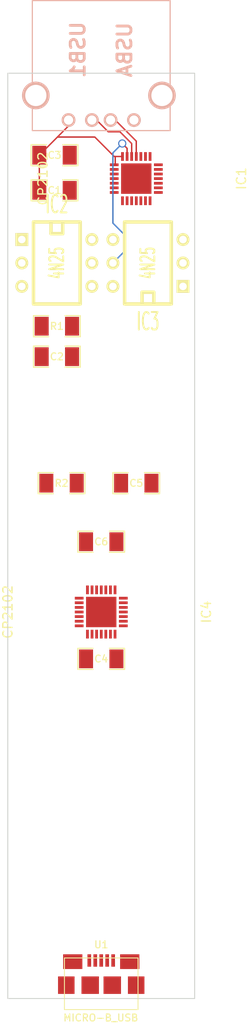
<source format=kicad_pcb>
(kicad_pcb (version 3) (host pcbnew "(2013-may-18)-stable")

  (general
    (links 36)
    (no_connects 29)
    (area 41.629936 27.9019 130.111501 167.690001)
    (thickness 1.6)
    (drawings 4)
    (tracks 28)
    (zones 0)
    (modules 14)
    (nets 17)
  )

  (page A3)
  (layers
    (15 F.Cu signal)
    (0 B.Cu signal)
    (16 B.Adhes user)
    (17 F.Adhes user)
    (18 B.Paste user)
    (19 F.Paste user)
    (20 B.SilkS user)
    (21 F.SilkS user)
    (22 B.Mask user)
    (23 F.Mask user)
    (24 Dwgs.User user)
    (25 Cmts.User user)
    (26 Eco1.User user)
    (27 Eco2.User user)
    (28 Edge.Cuts user)
  )

  (setup
    (last_trace_width 0.1524)
    (trace_clearance 0.1524)
    (zone_clearance 0.508)
    (zone_45_only no)
    (trace_min 0.1524)
    (segment_width 0.2)
    (edge_width 0.1)
    (via_size 0.889)
    (via_drill 0.635)
    (via_min_size 0.889)
    (via_min_drill 0.508)
    (uvia_size 0.508)
    (uvia_drill 0.127)
    (uvias_allowed no)
    (uvia_min_size 0.508)
    (uvia_min_drill 0.127)
    (pcb_text_width 0.3)
    (pcb_text_size 1.5 1.5)
    (mod_edge_width 0.15)
    (mod_text_size 1 1)
    (mod_text_width 0.15)
    (pad_size 0.3 0.95)
    (pad_drill 0.6)
    (pad_to_mask_clearance 0)
    (aux_axis_origin 0 0)
    (visible_elements FFFFFFBF)
    (pcbplotparams
      (layerselection 3178497)
      (usegerberextensions true)
      (excludeedgelayer true)
      (linewidth 0.150000)
      (plotframeref false)
      (viasonmask false)
      (mode 1)
      (useauxorigin false)
      (hpglpennumber 1)
      (hpglpenspeed 20)
      (hpglpendiameter 15)
      (hpglpenoverlay 2)
      (psnegative false)
      (psa4output false)
      (plotreference true)
      (plotvalue true)
      (plotothertext true)
      (plotinvisibletext false)
      (padsonsilk false)
      (subtractmaskfromsilk false)
      (outputformat 1)
      (mirror false)
      (drillshape 1)
      (scaleselection 1)
      (outputdirectory ""))
  )

  (net 0 "")
  (net 1 GND)
  (net 2 GNDA)
  (net 3 N-0000012)
  (net 4 N-0000013)
  (net 5 N-0000014)
  (net 6 N-0000017)
  (net 7 N-0000018)
  (net 8 N-0000021)
  (net 9 N-0000027)
  (net 10 N-0000029)
  (net 11 N-000003)
  (net 12 N-0000030)
  (net 13 N-0000033)
  (net 14 N-0000034)
  (net 15 N-0000035)
  (net 16 N-000004)

  (net_class Default "This is the default net class."
    (clearance 0.1524)
    (trace_width 0.1524)
    (via_dia 0.889)
    (via_drill 0.635)
    (uvia_dia 0.508)
    (uvia_drill 0.127)
    (add_net "")
    (add_net GND)
    (add_net GNDA)
    (add_net N-0000012)
    (add_net N-0000013)
    (add_net N-0000014)
    (add_net N-0000017)
    (add_net N-0000018)
    (add_net N-0000021)
    (add_net N-0000027)
    (add_net N-0000029)
    (add_net N-000003)
    (add_net N-0000030)
    (add_net N-0000033)
    (add_net N-0000034)
    (add_net N-0000035)
    (add_net N-000004)
  )

  (module USB_A (layer B.Cu) (tedit 48A934F2) (tstamp 5369165E)
    (at 57.15 72.39 90)
    (path /5368E4B2)
    (fp_text reference USB1 (at 7.62 -2.54 90) (layer B.SilkS)
      (effects (font (size 1.524 1.524) (thickness 0.3048)) (justify mirror))
    )
    (fp_text value USBA (at 7.62 2.54 90) (layer B.SilkS)
      (effects (font (size 1.524 1.524) (thickness 0.3048)) (justify mirror))
    )
    (fp_line (start -1.143 7.493) (end 12.954 7.493) (layer B.SilkS) (width 0.127))
    (fp_line (start 12.954 -7.493) (end -1.143 -7.493) (layer B.SilkS) (width 0.127))
    (fp_line (start -1.143 7.493) (end -1.143 -7.493) (layer B.SilkS) (width 0.127))
    (fp_line (start 12.954 7.493) (end 12.954 -7.493) (layer B.SilkS) (width 0.127))
    (pad 4 thru_hole circle (at 0 3.556 90) (size 1.50114 1.50114) (drill 1.00076)
      (layers *.Cu *.Mask B.SilkS)
      (net 1 GND)
    )
    (pad 3 thru_hole circle (at 0 1.016 90) (size 1.50114 1.50114) (drill 1.00076)
      (layers *.Cu *.Mask B.SilkS)
      (net 13 N-0000033)
    )
    (pad 2 thru_hole circle (at 0 -1.016 90) (size 1.50114 1.50114) (drill 1.00076)
      (layers *.Cu *.Mask B.SilkS)
      (net 14 N-0000034)
    )
    (pad 1 thru_hole circle (at 0 -3.556 90) (size 1.50114 1.50114) (drill 1.00076)
      (layers *.Cu *.Mask B.SilkS)
      (net 8 N-0000021)
    )
    (pad 5 thru_hole circle (at 2.667 6.604 90) (size 2.99974 2.99974) (drill 2.30124)
      (layers *.Cu *.Mask B.SilkS)
    )
    (pad 6 thru_hole circle (at 2.667 -7.112 90) (size 2.99974 2.99974) (drill 2.30124)
      (layers *.Cu *.Mask B.SilkS)
    )
    (model connectors/usb_a_through_hole.wrl
      (at (xyz 0 0 0))
      (scale (xyz 1 1 1))
      (rotate (xyz 0 0 0))
    )
  )

  (module SM1206 (layer F.Cu) (tedit 42806E24) (tstamp 5369166A)
    (at 52.324 94.742)
    (path /5367A07D)
    (attr smd)
    (fp_text reference R1 (at 0 0) (layer F.SilkS)
      (effects (font (size 0.762 0.762) (thickness 0.127)))
    )
    (fp_text value 220K (at 0 0) (layer F.SilkS) hide
      (effects (font (size 0.762 0.762) (thickness 0.127)))
    )
    (fp_line (start -2.54 -1.143) (end -2.54 1.143) (layer F.SilkS) (width 0.127))
    (fp_line (start -2.54 1.143) (end -0.889 1.143) (layer F.SilkS) (width 0.127))
    (fp_line (start 0.889 -1.143) (end 2.54 -1.143) (layer F.SilkS) (width 0.127))
    (fp_line (start 2.54 -1.143) (end 2.54 1.143) (layer F.SilkS) (width 0.127))
    (fp_line (start 2.54 1.143) (end 0.889 1.143) (layer F.SilkS) (width 0.127))
    (fp_line (start -0.889 -1.143) (end -2.54 -1.143) (layer F.SilkS) (width 0.127))
    (pad 1 smd rect (at -1.651 0) (size 1.524 2.032)
      (layers F.Cu F.Paste F.Mask)
      (net 1 GND)
    )
    (pad 2 smd rect (at 1.651 0) (size 1.524 2.032)
      (layers F.Cu F.Paste F.Mask)
      (net 12 N-0000030)
    )
    (model smd/chip_cms.wrl
      (at (xyz 0 0 0))
      (scale (xyz 0.17 0.16 0.16))
      (rotate (xyz 0 0 0))
    )
  )

  (module SM1206 (layer F.Cu) (tedit 42806E24) (tstamp 53691676)
    (at 52.324 98.044 180)
    (path /5367DD37)
    (attr smd)
    (fp_text reference C2 (at 0 0 180) (layer F.SilkS)
      (effects (font (size 0.762 0.762) (thickness 0.127)))
    )
    (fp_text value 0.1U (at 0 0 180) (layer F.SilkS) hide
      (effects (font (size 0.762 0.762) (thickness 0.127)))
    )
    (fp_line (start -2.54 -1.143) (end -2.54 1.143) (layer F.SilkS) (width 0.127))
    (fp_line (start -2.54 1.143) (end -0.889 1.143) (layer F.SilkS) (width 0.127))
    (fp_line (start 0.889 -1.143) (end 2.54 -1.143) (layer F.SilkS) (width 0.127))
    (fp_line (start 2.54 -1.143) (end 2.54 1.143) (layer F.SilkS) (width 0.127))
    (fp_line (start 2.54 1.143) (end 0.889 1.143) (layer F.SilkS) (width 0.127))
    (fp_line (start -0.889 -1.143) (end -2.54 -1.143) (layer F.SilkS) (width 0.127))
    (pad 1 smd rect (at -1.651 0 180) (size 1.524 2.032)
      (layers F.Cu F.Paste F.Mask)
      (net 15 N-0000035)
    )
    (pad 2 smd rect (at 1.651 0 180) (size 1.524 2.032)
      (layers F.Cu F.Paste F.Mask)
      (net 1 GND)
    )
    (model smd/chip_cms.wrl
      (at (xyz 0 0 0))
      (scale (xyz 0.17 0.16 0.16))
      (rotate (xyz 0 0 0))
    )
  )

  (module SM1206 (layer F.Cu) (tedit 42806E24) (tstamp 53691682)
    (at 52.07 80.01 180)
    (path /5367DE38)
    (attr smd)
    (fp_text reference C1 (at 0 0 180) (layer F.SilkS)
      (effects (font (size 0.762 0.762) (thickness 0.127)))
    )
    (fp_text value 1.0U (at 0 0 180) (layer F.SilkS) hide
      (effects (font (size 0.762 0.762) (thickness 0.127)))
    )
    (fp_line (start -2.54 -1.143) (end -2.54 1.143) (layer F.SilkS) (width 0.127))
    (fp_line (start -2.54 1.143) (end -0.889 1.143) (layer F.SilkS) (width 0.127))
    (fp_line (start 0.889 -1.143) (end 2.54 -1.143) (layer F.SilkS) (width 0.127))
    (fp_line (start 2.54 -1.143) (end 2.54 1.143) (layer F.SilkS) (width 0.127))
    (fp_line (start 2.54 1.143) (end 0.889 1.143) (layer F.SilkS) (width 0.127))
    (fp_line (start -0.889 -1.143) (end -2.54 -1.143) (layer F.SilkS) (width 0.127))
    (pad 1 smd rect (at -1.651 0 180) (size 1.524 2.032)
      (layers F.Cu F.Paste F.Mask)
      (net 1 GND)
    )
    (pad 2 smd rect (at 1.651 0 180) (size 1.524 2.032)
      (layers F.Cu F.Paste F.Mask)
      (net 8 N-0000021)
    )
    (model smd/chip_cms.wrl
      (at (xyz 0 0 0))
      (scale (xyz 0.17 0.16 0.16))
      (rotate (xyz 0 0 0))
    )
  )

  (module SM1206 (layer F.Cu) (tedit 42806E24) (tstamp 5369168E)
    (at 52.07 76.2 180)
    (path /5367E222)
    (attr smd)
    (fp_text reference C3 (at 0 0 180) (layer F.SilkS)
      (effects (font (size 0.762 0.762) (thickness 0.127)))
    )
    (fp_text value 0.1U (at 0 0 180) (layer F.SilkS) hide
      (effects (font (size 0.762 0.762) (thickness 0.127)))
    )
    (fp_line (start -2.54 -1.143) (end -2.54 1.143) (layer F.SilkS) (width 0.127))
    (fp_line (start -2.54 1.143) (end -0.889 1.143) (layer F.SilkS) (width 0.127))
    (fp_line (start 0.889 -1.143) (end 2.54 -1.143) (layer F.SilkS) (width 0.127))
    (fp_line (start 2.54 -1.143) (end 2.54 1.143) (layer F.SilkS) (width 0.127))
    (fp_line (start 2.54 1.143) (end 0.889 1.143) (layer F.SilkS) (width 0.127))
    (fp_line (start -0.889 -1.143) (end -2.54 -1.143) (layer F.SilkS) (width 0.127))
    (pad 1 smd rect (at -1.651 0 180) (size 1.524 2.032)
      (layers F.Cu F.Paste F.Mask)
      (net 1 GND)
    )
    (pad 2 smd rect (at 1.651 0 180) (size 1.524 2.032)
      (layers F.Cu F.Paste F.Mask)
      (net 8 N-0000021)
    )
    (model smd/chip_cms.wrl
      (at (xyz 0 0 0))
      (scale (xyz 0.17 0.16 0.16))
      (rotate (xyz 0 0 0))
    )
  )

  (module SM1206 (layer F.Cu) (tedit 42806E24) (tstamp 5369169A)
    (at 52.832 111.76 180)
    (path /5367E4F0)
    (attr smd)
    (fp_text reference R2 (at 0 0 180) (layer F.SilkS)
      (effects (font (size 0.762 0.762) (thickness 0.127)))
    )
    (fp_text value 220K (at 0 0 180) (layer F.SilkS) hide
      (effects (font (size 0.762 0.762) (thickness 0.127)))
    )
    (fp_line (start -2.54 -1.143) (end -2.54 1.143) (layer F.SilkS) (width 0.127))
    (fp_line (start -2.54 1.143) (end -0.889 1.143) (layer F.SilkS) (width 0.127))
    (fp_line (start 0.889 -1.143) (end 2.54 -1.143) (layer F.SilkS) (width 0.127))
    (fp_line (start 2.54 -1.143) (end 2.54 1.143) (layer F.SilkS) (width 0.127))
    (fp_line (start 2.54 1.143) (end 0.889 1.143) (layer F.SilkS) (width 0.127))
    (fp_line (start -0.889 -1.143) (end -2.54 -1.143) (layer F.SilkS) (width 0.127))
    (pad 1 smd rect (at -1.651 0 180) (size 1.524 2.032)
      (layers F.Cu F.Paste F.Mask)
      (net 2 GNDA)
    )
    (pad 2 smd rect (at 1.651 0 180) (size 1.524 2.032)
      (layers F.Cu F.Paste F.Mask)
      (net 6 N-0000017)
    )
    (model smd/chip_cms.wrl
      (at (xyz 0 0 0))
      (scale (xyz 0.17 0.16 0.16))
      (rotate (xyz 0 0 0))
    )
  )

  (module SM1206 (layer F.Cu) (tedit 42806E24) (tstamp 536916A6)
    (at 60.96 111.76 180)
    (path /5367E502)
    (attr smd)
    (fp_text reference C5 (at 0 0 180) (layer F.SilkS)
      (effects (font (size 0.762 0.762) (thickness 0.127)))
    )
    (fp_text value 0.1U (at 0 0 180) (layer F.SilkS) hide
      (effects (font (size 0.762 0.762) (thickness 0.127)))
    )
    (fp_line (start -2.54 -1.143) (end -2.54 1.143) (layer F.SilkS) (width 0.127))
    (fp_line (start -2.54 1.143) (end -0.889 1.143) (layer F.SilkS) (width 0.127))
    (fp_line (start 0.889 -1.143) (end 2.54 -1.143) (layer F.SilkS) (width 0.127))
    (fp_line (start 2.54 -1.143) (end 2.54 1.143) (layer F.SilkS) (width 0.127))
    (fp_line (start 2.54 1.143) (end 0.889 1.143) (layer F.SilkS) (width 0.127))
    (fp_line (start -0.889 -1.143) (end -2.54 -1.143) (layer F.SilkS) (width 0.127))
    (pad 1 smd rect (at -1.651 0 180) (size 1.524 2.032)
      (layers F.Cu F.Paste F.Mask)
      (net 5 N-0000014)
    )
    (pad 2 smd rect (at 1.651 0 180) (size 1.524 2.032)
      (layers F.Cu F.Paste F.Mask)
      (net 2 GNDA)
    )
    (model smd/chip_cms.wrl
      (at (xyz 0 0 0))
      (scale (xyz 0.17 0.16 0.16))
      (rotate (xyz 0 0 0))
    )
  )

  (module SM1206 (layer F.Cu) (tedit 42806E24) (tstamp 536916B2)
    (at 57.15 118.11)
    (path /5367E50E)
    (attr smd)
    (fp_text reference C6 (at 0 0) (layer F.SilkS)
      (effects (font (size 0.762 0.762) (thickness 0.127)))
    )
    (fp_text value 1.0U (at 0 0) (layer F.SilkS) hide
      (effects (font (size 0.762 0.762) (thickness 0.127)))
    )
    (fp_line (start -2.54 -1.143) (end -2.54 1.143) (layer F.SilkS) (width 0.127))
    (fp_line (start -2.54 1.143) (end -0.889 1.143) (layer F.SilkS) (width 0.127))
    (fp_line (start 0.889 -1.143) (end 2.54 -1.143) (layer F.SilkS) (width 0.127))
    (fp_line (start 2.54 -1.143) (end 2.54 1.143) (layer F.SilkS) (width 0.127))
    (fp_line (start 2.54 1.143) (end 0.889 1.143) (layer F.SilkS) (width 0.127))
    (fp_line (start -0.889 -1.143) (end -2.54 -1.143) (layer F.SilkS) (width 0.127))
    (pad 1 smd rect (at -1.651 0) (size 1.524 2.032)
      (layers F.Cu F.Paste F.Mask)
      (net 2 GNDA)
    )
    (pad 2 smd rect (at 1.651 0) (size 1.524 2.032)
      (layers F.Cu F.Paste F.Mask)
      (net 7 N-0000018)
    )
    (model smd/chip_cms.wrl
      (at (xyz 0 0 0))
      (scale (xyz 0.17 0.16 0.16))
      (rotate (xyz 0 0 0))
    )
  )

  (module SM1206 (layer F.Cu) (tedit 42806E24) (tstamp 536916BE)
    (at 57.15 130.81 180)
    (path /5367E53F)
    (attr smd)
    (fp_text reference C4 (at 0 0 180) (layer F.SilkS)
      (effects (font (size 0.762 0.762) (thickness 0.127)))
    )
    (fp_text value 0.1U (at 0 0 180) (layer F.SilkS) hide
      (effects (font (size 0.762 0.762) (thickness 0.127)))
    )
    (fp_line (start -2.54 -1.143) (end -2.54 1.143) (layer F.SilkS) (width 0.127))
    (fp_line (start -2.54 1.143) (end -0.889 1.143) (layer F.SilkS) (width 0.127))
    (fp_line (start 0.889 -1.143) (end 2.54 -1.143) (layer F.SilkS) (width 0.127))
    (fp_line (start 2.54 -1.143) (end 2.54 1.143) (layer F.SilkS) (width 0.127))
    (fp_line (start 2.54 1.143) (end 0.889 1.143) (layer F.SilkS) (width 0.127))
    (fp_line (start -0.889 -1.143) (end -2.54 -1.143) (layer F.SilkS) (width 0.127))
    (pad 1 smd rect (at -1.651 0 180) (size 1.524 2.032)
      (layers F.Cu F.Paste F.Mask)
      (net 2 GNDA)
    )
    (pad 2 smd rect (at 1.651 0 180) (size 1.524 2.032)
      (layers F.Cu F.Paste F.Mask)
      (net 7 N-0000018)
    )
    (model smd/chip_cms.wrl
      (at (xyz 0 0 0))
      (scale (xyz 0.17 0.16 0.16))
      (rotate (xyz 0 0 0))
    )
  )

  (module MICRO-B_USB (layer F.Cu) (tedit 514E242F) (tstamp 536916D3)
    (at 57.15 167.64)
    (path /536907F8)
    (fp_text reference U1 (at 0 -5.842) (layer F.SilkS)
      (effects (font (size 0.762 0.762) (thickness 0.127)))
    )
    (fp_text value MICRO-B_USB (at -0.05 2.09) (layer F.SilkS)
      (effects (font (size 0.762 0.762) (thickness 0.127)))
    )
    (fp_line (start -4.0005 1.00076) (end -4.0005 1.19888) (layer F.SilkS) (width 0.09906))
    (fp_line (start 4.0005 1.00076) (end 4.0005 1.19888) (layer F.SilkS) (width 0.09906))
    (fp_line (start -4.0005 -4.39928) (end 4.0005 -4.39928) (layer F.SilkS) (width 0.09906))
    (fp_line (start 4.0005 -4.39928) (end 4.0005 1.00076) (layer F.SilkS) (width 0.09906))
    (fp_line (start 4.0005 1.19888) (end -4.0005 1.19888) (layer F.SilkS) (width 0.09906))
    (fp_line (start -4.0005 1.00076) (end -4.0005 -4.39928) (layer F.SilkS) (width 0.09906))
    (pad "" smd rect (at -1.19888 -1.4478) (size 1.89738 1.89738)
      (layers F.Cu F.Paste F.Mask)
    )
    (pad "" smd rect (at 1.19888 -1.4478) (size 1.89992 1.89738)
      (layers F.Cu F.Paste F.Mask)
    )
    (pad "" smd rect (at 3.79984 -1.4478) (size 1.79578 1.89738)
      (layers F.Cu F.Paste F.Mask)
    )
    (pad "" smd rect (at -3.0988 -3.99796) (size 2.0955 1.59766)
      (layers F.Cu F.Paste F.Mask)
    )
    (pad 1 smd rect (at -1.29794 -4.12496) (size 0.39878 1.3462)
      (layers F.Cu F.Paste F.Mask)
      (net 7 N-0000018)
      (clearance 0.2032)
    )
    (pad 2 smd rect (at -0.6477 -4.12496) (size 0.39878 1.3462)
      (layers F.Cu F.Paste F.Mask)
      (net 11 N-000003)
      (clearance 0.2032)
    )
    (pad 3 smd rect (at 0 -4.12496) (size 0.39878 1.3462)
      (layers F.Cu F.Paste F.Mask)
      (net 16 N-000004)
      (clearance 0.2032)
    )
    (pad 4 smd rect (at 0.6477 -4.12496) (size 0.39878 1.3462)
      (layers F.Cu F.Paste F.Mask)
      (clearance 0.2032)
    )
    (pad 5 smd rect (at 1.29794 -4.12496) (size 0.39878 1.3462)
      (layers F.Cu F.Paste F.Mask)
      (net 2 GNDA)
      (clearance 0.2032)
    )
    (pad "" smd rect (at 3.0988 -3.99796) (size 2.0955 1.59766)
      (layers F.Cu F.Paste F.Mask)
    )
    (pad "" smd rect (at -3.79984 -1.4478) (size 1.79578 1.89738)
      (layers F.Cu F.Paste F.Mask)
    )
  )

  (module DIP-6__300 (layer F.Cu) (tedit 53692661) (tstamp 536916E4)
    (at 52.324 87.884 270)
    (descr "6 pins DIL package, round pads")
    (tags DIL)
    (path /5367A039)
    (fp_text reference IC2 (at -6.35 0 360) (layer F.SilkS)
      (effects (font (size 1.905 1.016) (thickness 0.2032)))
    )
    (fp_text value 4N25 (at 0 0 270) (layer F.SilkS)
      (effects (font (size 1.524 0.889) (thickness 0.2032)))
    )
    (fp_line (start -4.445 -2.54) (end 4.445 -2.54) (layer F.SilkS) (width 0.381))
    (fp_line (start 4.445 -2.54) (end 4.445 2.54) (layer F.SilkS) (width 0.381))
    (fp_line (start 4.445 2.54) (end -4.445 2.54) (layer F.SilkS) (width 0.381))
    (fp_line (start -4.445 2.54) (end -4.445 -2.54) (layer F.SilkS) (width 0.381))
    (fp_line (start -4.445 -0.635) (end -3.175 -0.635) (layer F.SilkS) (width 0.381))
    (fp_line (start -3.175 -0.635) (end -3.175 0.635) (layer F.SilkS) (width 0.381))
    (fp_line (start -3.175 0.635) (end -4.445 0.635) (layer F.SilkS) (width 0.381))
    (pad 1 thru_hole rect (at -2.54 3.81 270) (size 1.397 1.397) (drill 0.8128)
      (layers *.Cu *.Mask F.SilkS)
      (net 9 N-0000027)
    )
    (pad 2 thru_hole circle (at 0 3.81 270) (size 1.397 1.397) (drill 0.8128)
      (layers *.Cu *.Mask F.SilkS)
      (net 1 GND)
    )
    (pad 3 thru_hole circle (at 2.54 3.81 270) (size 1.397 1.397) (drill 0.8128)
      (layers *.Cu *.Mask F.SilkS)
    )
    (pad 4 thru_hole circle (at 2.54 -3.81 270) (size 1.397 1.397) (drill 0.8128)
      (layers *.Cu *.Mask F.SilkS)
      (net 3 N-0000012)
    )
    (pad 5 thru_hole circle (at 0 -3.81 270) (size 1.397 1.397) (drill 0.8128)
      (layers *.Cu *.Mask F.SilkS)
      (net 5 N-0000014)
    )
    (pad 6 thru_hole circle (at -2.54 -3.81 270) (size 1.397 1.397) (drill 0.8128)
      (layers *.Cu *.Mask F.SilkS)
      (net 6 N-0000017)
    )
    (model dil/dil_6.wrl
      (at (xyz 0 0 0))
      (scale (xyz 1 1 1))
      (rotate (xyz 0 0 0))
    )
  )

  (module DIP-6__300 (layer F.Cu) (tedit 5369286E) (tstamp 536916F5)
    (at 62.23 87.884 90)
    (descr "6 pins DIL package, round pads")
    (tags DIL)
    (path /5367A048)
    (fp_text reference IC3 (at -6.35 0 180) (layer F.SilkS)
      (effects (font (size 1.905 1.016) (thickness 0.2032)))
    )
    (fp_text value 4N25 (at 0 0 90) (layer F.SilkS)
      (effects (font (size 1.524 0.889) (thickness 0.2032)))
    )
    (fp_line (start -4.445 -2.54) (end 4.445 -2.54) (layer F.SilkS) (width 0.381))
    (fp_line (start 4.445 -2.54) (end 4.445 2.54) (layer F.SilkS) (width 0.381))
    (fp_line (start 4.445 2.54) (end -4.445 2.54) (layer F.SilkS) (width 0.381))
    (fp_line (start -4.445 2.54) (end -4.445 -2.54) (layer F.SilkS) (width 0.381))
    (fp_line (start -4.445 -0.635) (end -3.175 -0.635) (layer F.SilkS) (width 0.381))
    (fp_line (start -3.175 -0.635) (end -3.175 0.635) (layer F.SilkS) (width 0.381))
    (fp_line (start -3.175 0.635) (end -4.445 0.635) (layer F.SilkS) (width 0.381))
    (pad 1 thru_hole rect (at -2.54 3.81 90) (size 1.397 1.397) (drill 0.8128)
      (layers *.Cu *.Mask F.SilkS)
      (net 4 N-0000013)
    )
    (pad 2 thru_hole circle (at 0 3.81 90) (size 1.397 1.397) (drill 0.8128)
      (layers *.Cu *.Mask F.SilkS)
      (net 2 GNDA)
    )
    (pad 3 thru_hole circle (at 2.54 3.81 90) (size 1.397 1.397) (drill 0.8128)
      (layers *.Cu *.Mask F.SilkS)
    )
    (pad 4 thru_hole circle (at 2.54 -3.81 90) (size 1.397 1.397) (drill 0.8128)
      (layers *.Cu *.Mask F.SilkS)
      (net 10 N-0000029)
    )
    (pad 5 thru_hole circle (at 0 -3.81 90) (size 1.397 1.397) (drill 0.8128)
      (layers *.Cu *.Mask F.SilkS)
      (net 15 N-0000035)
    )
    (pad 6 thru_hole circle (at -2.54 -3.81 90) (size 1.397 1.397) (drill 0.8128)
      (layers *.Cu *.Mask F.SilkS)
      (net 12 N-0000030)
    )
    (model dil/dil_6.wrl
      (at (xyz 0 0 0))
      (scale (xyz 1 1 1))
      (rotate (xyz 0 0 0))
    )
  )

  (module CP2102 (layer F.Cu) (tedit 53691524) (tstamp 53691716)
    (at 60.96 78.74 270)
    (path /5367B104)
    (fp_text reference IC1 (at 0 -11.43 270) (layer F.SilkS)
      (effects (font (size 1 1) (thickness 0.15)))
    )
    (fp_text value CP2102 (at 0 10.16 270) (layer F.SilkS)
      (effects (font (size 1 1) (thickness 0.15)))
    )
    (pad 3 smd rect (at 0 0 270) (size 3.3 3.3)
      (layers F.Cu F.Paste F.Mask)
      (net 1 GND)
    )
    (pad 1 smd rect (at -2.4 -1.5 270) (size 0.95 0.3)
      (layers F.Cu F.Paste F.Mask)
    )
    (pad 2 smd rect (at -2.4 -1 270) (size 0.95 0.3)
      (layers F.Cu F.Paste F.Mask)
    )
    (pad 3 smd rect (at -2.4 -0.5 270) (size 0.95 0.3)
      (layers F.Cu F.Paste F.Mask)
      (net 1 GND)
    )
    (pad 4 smd rect (at -2.4 0 270) (size 0.95 0.3)
      (layers F.Cu F.Paste F.Mask)
      (net 13 N-0000033)
    )
    (pad 5 smd rect (at -2.4 0.5 270) (size 0.95 0.3)
      (layers F.Cu F.Paste F.Mask)
      (net 14 N-0000034)
    )
    (pad 6 smd rect (at -2.4 1 270) (size 0.95 0.3)
      (layers F.Cu F.Paste F.Mask)
      (net 15 N-0000035)
    )
    (pad 7 smd rect (at -2.4 1.5 270) (size 0.95 0.3)
      (layers F.Cu F.Paste F.Mask)
      (net 8 N-0000021)
    )
    (pad 8 smd rect (at -1.5 2.4 270) (size 0.3 0.95)
      (layers F.Cu F.Paste F.Mask)
      (net 8 N-0000021)
    )
    (pad 9 smd rect (at -1 2.4 270) (size 0.3 0.95)
      (layers F.Cu F.Paste F.Mask)
    )
    (pad 10 smd rect (at -0.5 2.4 270) (size 0.3 0.95)
      (layers F.Cu F.Paste F.Mask)
    )
    (pad 11 smd rect (at 0 2.4 270) (size 0.3 0.95)
      (layers F.Cu F.Paste F.Mask)
    )
    (pad 12 smd rect (at 0.5 2.4 270) (size 0.3 0.95)
      (layers F.Cu F.Paste F.Mask)
    )
    (pad 13 smd rect (at 1 2.4 270) (size 0.3 0.95)
      (layers F.Cu F.Paste F.Mask)
    )
    (pad 14 smd rect (at 1.5 2.4 270) (size 0.3 0.95)
      (layers F.Cu F.Paste F.Mask)
    )
    (pad 15 smd rect (at 2.4 1.5 270) (size 0.95 0.3)
      (layers F.Cu F.Paste F.Mask)
    )
    (pad 16 smd rect (at 2.4 1 270) (size 0.95 0.3)
      (layers F.Cu F.Paste F.Mask)
    )
    (pad 17 smd rect (at 2.4 0.5 270) (size 0.95 0.3)
      (layers F.Cu F.Paste F.Mask)
    )
    (pad 18 smd rect (at 2.4 0 270) (size 0.95 0.3)
      (layers F.Cu F.Paste F.Mask)
    )
    (pad 19 smd rect (at 2.4 -0.5 270) (size 0.95 0.3)
      (layers F.Cu F.Paste F.Mask)
    )
    (pad 20 smd rect (at 2.4 -1 270) (size 0.95 0.3)
      (layers F.Cu F.Paste F.Mask)
    )
    (pad 21 smd rect (at 2.4 -1.5 270) (size 0.95 0.3)
      (layers F.Cu F.Paste F.Mask)
    )
    (pad 22 smd rect (at 1.5 -2.4 270) (size 0.3 0.95)
      (layers F.Cu F.Paste F.Mask)
    )
    (pad 23 smd rect (at 1 -2.4 270) (size 0.3 0.95)
      (layers F.Cu F.Paste F.Mask)
    )
    (pad 24 smd rect (at 0.5 -2.4 270) (size 0.3 0.95)
      (layers F.Cu F.Paste F.Mask)
    )
    (pad 25 smd rect (at 0 -2.4 270) (size 0.3 0.95)
      (layers F.Cu F.Paste F.Mask)
      (net 10 N-0000029)
    )
    (pad 26 smd rect (at -0.5 -2.4 270) (size 0.3 0.95)
      (layers F.Cu F.Paste F.Mask)
      (net 9 N-0000027)
    )
    (pad 27 smd rect (at -1 -2.4 270) (size 0.3 0.95)
      (layers F.Cu F.Paste F.Mask)
    )
    (pad 28 smd rect (at -1.5 -2.4 270) (size 0.3 0.95)
      (layers F.Cu F.Paste F.Mask)
    )
  )

  (module CP2102 (layer F.Cu) (tedit 53691524) (tstamp 53691737)
    (at 57.15 125.73 270)
    (path /5367E4F6)
    (fp_text reference IC4 (at 0 -11.43 270) (layer F.SilkS)
      (effects (font (size 1 1) (thickness 0.15)))
    )
    (fp_text value CP2102 (at 0 10.16 270) (layer F.SilkS)
      (effects (font (size 1 1) (thickness 0.15)))
    )
    (pad 3 smd rect (at 0 0 270) (size 3.3 3.3)
      (layers F.Cu F.Paste F.Mask)
      (net 2 GNDA)
    )
    (pad 1 smd rect (at -2.4 -1.5 270) (size 0.95 0.3)
      (layers F.Cu F.Paste F.Mask)
    )
    (pad 2 smd rect (at -2.4 -1 270) (size 0.95 0.3)
      (layers F.Cu F.Paste F.Mask)
    )
    (pad 3 smd rect (at -2.4 -0.5 270) (size 0.95 0.3)
      (layers F.Cu F.Paste F.Mask)
      (net 2 GNDA)
    )
    (pad 4 smd rect (at -2.4 0 270) (size 0.95 0.3)
      (layers F.Cu F.Paste F.Mask)
      (net 16 N-000004)
    )
    (pad 5 smd rect (at -2.4 0.5 270) (size 0.95 0.3)
      (layers F.Cu F.Paste F.Mask)
      (net 11 N-000003)
    )
    (pad 6 smd rect (at -2.4 1 270) (size 0.95 0.3)
      (layers F.Cu F.Paste F.Mask)
      (net 5 N-0000014)
    )
    (pad 7 smd rect (at -2.4 1.5 270) (size 0.95 0.3)
      (layers F.Cu F.Paste F.Mask)
      (net 7 N-0000018)
    )
    (pad 8 smd rect (at -1.5 2.4 270) (size 0.3 0.95)
      (layers F.Cu F.Paste F.Mask)
      (net 7 N-0000018)
    )
    (pad 9 smd rect (at -1 2.4 270) (size 0.3 0.95)
      (layers F.Cu F.Paste F.Mask)
    )
    (pad 10 smd rect (at -0.5 2.4 270) (size 0.3 0.95)
      (layers F.Cu F.Paste F.Mask)
    )
    (pad 11 smd rect (at 0 2.4 270) (size 0.3 0.95)
      (layers F.Cu F.Paste F.Mask)
    )
    (pad 12 smd rect (at 0.5 2.4 270) (size 0.3 0.95)
      (layers F.Cu F.Paste F.Mask)
    )
    (pad 13 smd rect (at 1 2.4 270) (size 0.3 0.95)
      (layers F.Cu F.Paste F.Mask)
    )
    (pad 14 smd rect (at 1.5 2.4 270) (size 0.3 0.95)
      (layers F.Cu F.Paste F.Mask)
    )
    (pad 15 smd rect (at 2.4 1.5 270) (size 0.95 0.3)
      (layers F.Cu F.Paste F.Mask)
    )
    (pad 16 smd rect (at 2.4 1 270) (size 0.95 0.3)
      (layers F.Cu F.Paste F.Mask)
    )
    (pad 17 smd rect (at 2.4 0.5 270) (size 0.95 0.3)
      (layers F.Cu F.Paste F.Mask)
    )
    (pad 18 smd rect (at 2.4 0 270) (size 0.95 0.3)
      (layers F.Cu F.Paste F.Mask)
    )
    (pad 19 smd rect (at 2.4 -0.5 270) (size 0.95 0.3)
      (layers F.Cu F.Paste F.Mask)
    )
    (pad 20 smd rect (at 2.4 -1 270) (size 0.95 0.3)
      (layers F.Cu F.Paste F.Mask)
    )
    (pad 21 smd rect (at 2.4 -1.5 270) (size 0.95 0.3)
      (layers F.Cu F.Paste F.Mask)
    )
    (pad 22 smd rect (at 1.5 -2.4 270) (size 0.3 0.95)
      (layers F.Cu F.Paste F.Mask)
    )
    (pad 23 smd rect (at 1 -2.4 270) (size 0.3 0.95)
      (layers F.Cu F.Paste F.Mask)
    )
    (pad 24 smd rect (at 0.5 -2.4 270) (size 0.3 0.95)
      (layers F.Cu F.Paste F.Mask)
    )
    (pad 25 smd rect (at 0 -2.4 270) (size 0.3 0.95)
      (layers F.Cu F.Paste F.Mask)
      (net 3 N-0000012)
    )
    (pad 26 smd rect (at -0.5 -2.4 270) (size 0.3 0.95)
      (layers F.Cu F.Paste F.Mask)
      (net 4 N-0000013)
    )
    (pad 27 smd rect (at -1 -2.4 270) (size 0.3 0.95)
      (layers F.Cu F.Paste F.Mask)
    )
    (pad 28 smd rect (at -1.5 -2.4 270) (size 0.3 0.95)
      (layers F.Cu F.Paste F.Mask)
    )
  )

  (gr_line (start 67.31 167.64) (end 46.99 167.64) (angle 90) (layer Edge.Cuts) (width 0.1))
  (gr_line (start 67.31 67.31) (end 67.31 167.64) (angle 90) (layer Edge.Cuts) (width 0.1))
  (gr_line (start 46.99 67.31) (end 67.31 67.31) (angle 90) (layer Edge.Cuts) (width 0.1))
  (gr_line (start 46.99 67.31) (end 46.99 167.64) (angle 90) (layer Edge.Cuts) (width 0.1))

  (segment (start 50.419 76.2) (end 50.419 80.01) (width 0.1524) (layer F.Cu) (net 8) (status C00000))
  (segment (start 58.674 76.34) (end 58.674 77.126) (width 0.1524) (layer F.Cu) (net 8) (status 800000))
  (segment (start 58.674 77.126) (end 58.56 77.24) (width 0.1524) (layer F.Cu) (net 8) (tstamp 53692F7D) (status C00000))
  (segment (start 52.3875 74.2315) (end 56.4515 74.2315) (width 0.1524) (layer F.Cu) (net 8))
  (segment (start 58.56 76.34) (end 58.674 76.34) (width 0.1524) (layer F.Cu) (net 8) (tstamp 53692F76))
  (segment (start 58.674 76.34) (end 59.46 76.34) (width 0.1524) (layer F.Cu) (net 8) (tstamp 53692F7B) (status 800000))
  (segment (start 56.4515 74.2315) (end 58.56 76.34) (width 0.1524) (layer F.Cu) (net 8) (tstamp 53692F6F))
  (segment (start 53.594 72.39) (end 53.594 73.025) (width 0.1524) (layer F.Cu) (net 8))
  (segment (start 53.594 73.025) (end 52.5145 74.1045) (width 0.1524) (layer F.Cu) (net 8) (tstamp 53692B4E))
  (segment (start 52.5145 74.1045) (end 52.3875 74.2315) (width 0.1524) (layer F.Cu) (net 8) (tstamp 53692D90))
  (segment (start 52.3875 74.2315) (end 52.0065 74.6125) (width 0.1524) (layer F.Cu) (net 8) (tstamp 53692F6D))
  (segment (start 52.0065 74.6125) (end 50.419 76.2) (width 0.1524) (layer F.Cu) (net 8) (tstamp 53692DD0))
  (segment (start 58.166 72.39) (end 58.674 72.39) (width 0.1524) (layer F.Cu) (net 13) (status C00000))
  (segment (start 60.96 74.676) (end 60.96 76.34) (width 0.1524) (layer F.Cu) (net 13) (tstamp 53692E1F) (status 800000))
  (segment (start 58.674 72.39) (end 60.96 74.676) (width 0.1524) (layer F.Cu) (net 13) (tstamp 53692E1E) (status 400000))
  (segment (start 56.134 72.39) (end 56.642 72.39) (width 0.1524) (layer F.Cu) (net 14) (status C00000))
  (segment (start 60.46 74.938) (end 60.46 76.34) (width 0.1524) (layer F.Cu) (net 14) (tstamp 53692F0F) (status 800000))
  (segment (start 59.182 73.66) (end 60.46 74.938) (width 0.1524) (layer F.Cu) (net 14) (tstamp 53692F0D))
  (segment (start 57.912 73.66) (end 59.182 73.66) (width 0.1524) (layer F.Cu) (net 14) (tstamp 53692F05))
  (segment (start 56.642 72.39) (end 57.912 73.66) (width 0.1524) (layer F.Cu) (net 14) (tstamp 53692F02) (status 400000))
  (segment (start 59.96 76.34) (end 59.96 75.454) (width 0.1524) (layer F.Cu) (net 15) (status 400000))
  (segment (start 59.69 86.614) (end 58.42 87.884) (width 0.1524) (layer B.Cu) (net 15) (tstamp 53692F37) (status 800000))
  (segment (start 59.69 84.836) (end 59.69 86.614) (width 0.1524) (layer B.Cu) (net 15) (tstamp 53692F33))
  (segment (start 58.42 83.566) (end 59.69 84.836) (width 0.1524) (layer B.Cu) (net 15) (tstamp 53692F2B))
  (segment (start 58.42 75.946) (end 58.42 83.566) (width 0.1524) (layer B.Cu) (net 15) (tstamp 53692F1F))
  (segment (start 59.436 74.93) (end 58.42 75.946) (width 0.1524) (layer B.Cu) (net 15) (tstamp 53692F1E))
  (via (at 59.436 74.93) (size 0.889) (layers F.Cu B.Cu) (net 15))
  (segment (start 59.96 75.454) (end 59.436 74.93) (width 0.1524) (layer F.Cu) (net 15) (tstamp 53692F15))

)

</source>
